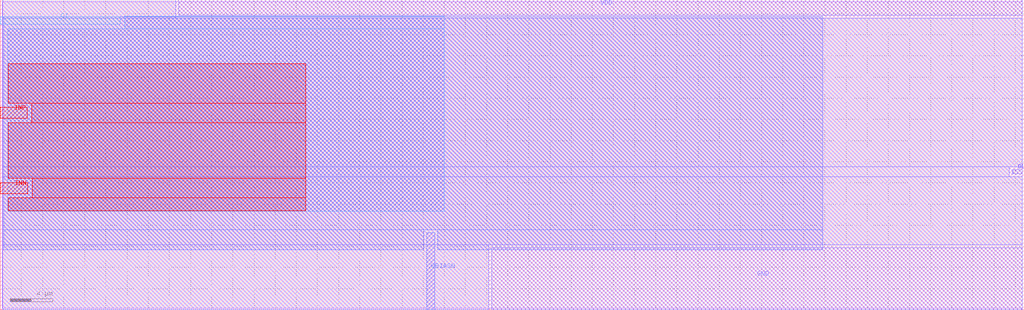
<source format=lef>
VERSION 5.7 ;
  NOWIREEXTENSIONATPIN ON ;
  DIVIDERCHAR "/" ;
  BUSBITCHARS "[]" ;
MACRO LVDStop
  CLASS BLOCK ;
  FOREIGN LVDStop ;
  ORIGIN 0.000 0.000 ;
  SIZE 96.830 BY 29.320 ;
  PIN OUT
    ANTENNADIFFAREA 1.287000 ;
    PORT
      LAYER met1 ;
        RECT 95.730 12.870 96.640 13.230 ;
    END
  END OUT
  PIN C1
    ANTENNAGATEAREA 0.442500 ;
    PORT
      LAYER met3 ;
        RECT 0.000 26.985 11.360 27.720 ;
    END
  END C1
  PIN INP
    ANTENNADIFFAREA 0.360000 ;
    PORT
      LAYER met4 ;
        RECT 0.000 18.090 2.560 19.140 ;
    END
  END INP
  PIN INN
    ANTENNADIFFAREA 0.360000 ;
    PORT
      LAYER met4 ;
        RECT 0.000 10.970 2.610 12.020 ;
    END
  END INN
  PIN VBIASN
    ANTENNAGATEAREA 45.200001 ;
    ANTENNADIFFAREA 1.810000 ;
    PORT
      LAYER met2 ;
        RECT 40.330 0.000 41.100 7.270 ;
    END
  END VBIASN
  PIN GND
    ANTENNADIFFAREA 69.391800 ;
    PORT
      LAYER met1 ;
        RECT 46.500 0.020 96.640 5.855 ;
    END
  END GND
  PIN VDD
    ANTENNADIFFAREA 102.742401 ;
    PORT
      LAYER met1 ;
        RECT 16.860 27.850 96.640 29.300 ;
    END
  END VDD
  PIN OUT
    PORT
      LAYER met1 ;
        RECT 95.820 12.870 96.640 13.230 ;
    END
  END OUT
  OBS
      LAYER li1 ;
        RECT 0.205 0.120 96.640 29.145 ;
      LAYER met1 ;
        RECT 0.260 27.570 16.580 29.310 ;
        RECT 0.260 13.510 96.640 27.570 ;
        RECT 0.260 12.590 95.450 13.510 ;
        RECT 0.260 6.135 96.640 12.590 ;
        RECT 0.260 0.020 46.220 6.135 ;
      LAYER met2 ;
        RECT 0.320 7.550 77.790 27.705 ;
        RECT 0.320 5.660 40.050 7.550 ;
        RECT 41.380 5.660 77.790 7.550 ;
      LAYER met3 ;
        RECT 11.760 26.585 41.980 27.755 ;
        RECT 0.725 9.320 41.980 26.585 ;
      LAYER met4 ;
        RECT 0.760 19.540 28.900 23.270 ;
        RECT 2.960 17.690 28.900 19.540 ;
        RECT 0.760 12.420 28.900 17.690 ;
        RECT 3.010 10.570 28.900 12.420 ;
        RECT 0.760 9.380 28.900 10.570 ;
  END
END LVDStop
END LIBRARY


</source>
